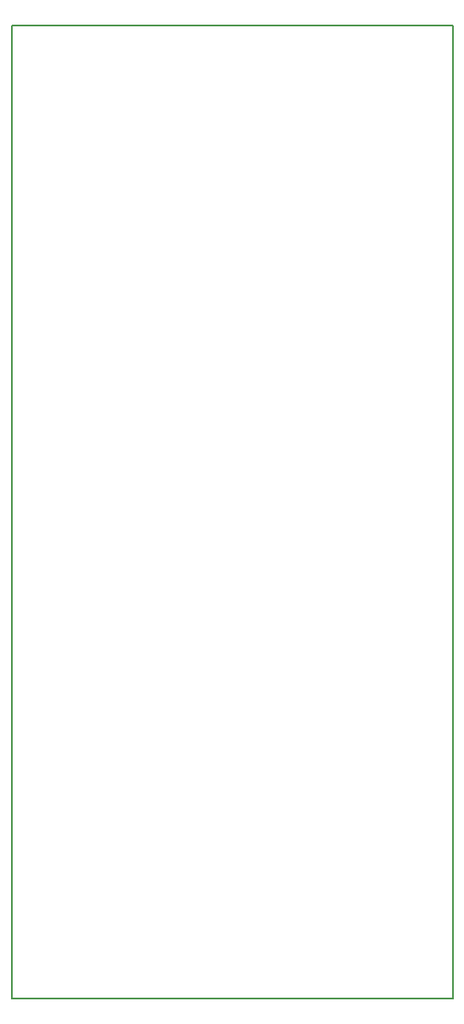
<source format=gm1>
G04 #@! TF.GenerationSoftware,KiCad,Pcbnew,(6.0.4-0)*
G04 #@! TF.CreationDate,2022-07-20T07:57:22-04:00*
G04 #@! TF.ProjectId,80m_Tx_Antenna,38306d5f-5478-45f4-916e-74656e6e612e,rev?*
G04 #@! TF.SameCoordinates,Original*
G04 #@! TF.FileFunction,Profile,NP*
%FSLAX46Y46*%
G04 Gerber Fmt 4.6, Leading zero omitted, Abs format (unit mm)*
G04 Created by KiCad (PCBNEW (6.0.4-0)) date 2022-07-20 07:57:22*
%MOMM*%
%LPD*%
G01*
G04 APERTURE LIST*
G04 #@! TA.AperFunction,Profile*
%ADD10C,0.150000*%
G04 #@! TD*
G04 APERTURE END LIST*
D10*
X100000000Y-57000000D02*
X144000000Y-57000000D01*
X144000000Y-57000000D02*
X144000000Y-154000000D01*
X144000000Y-154000000D02*
X100000000Y-154000000D01*
X100000000Y-154000000D02*
X100000000Y-57000000D01*
M02*

</source>
